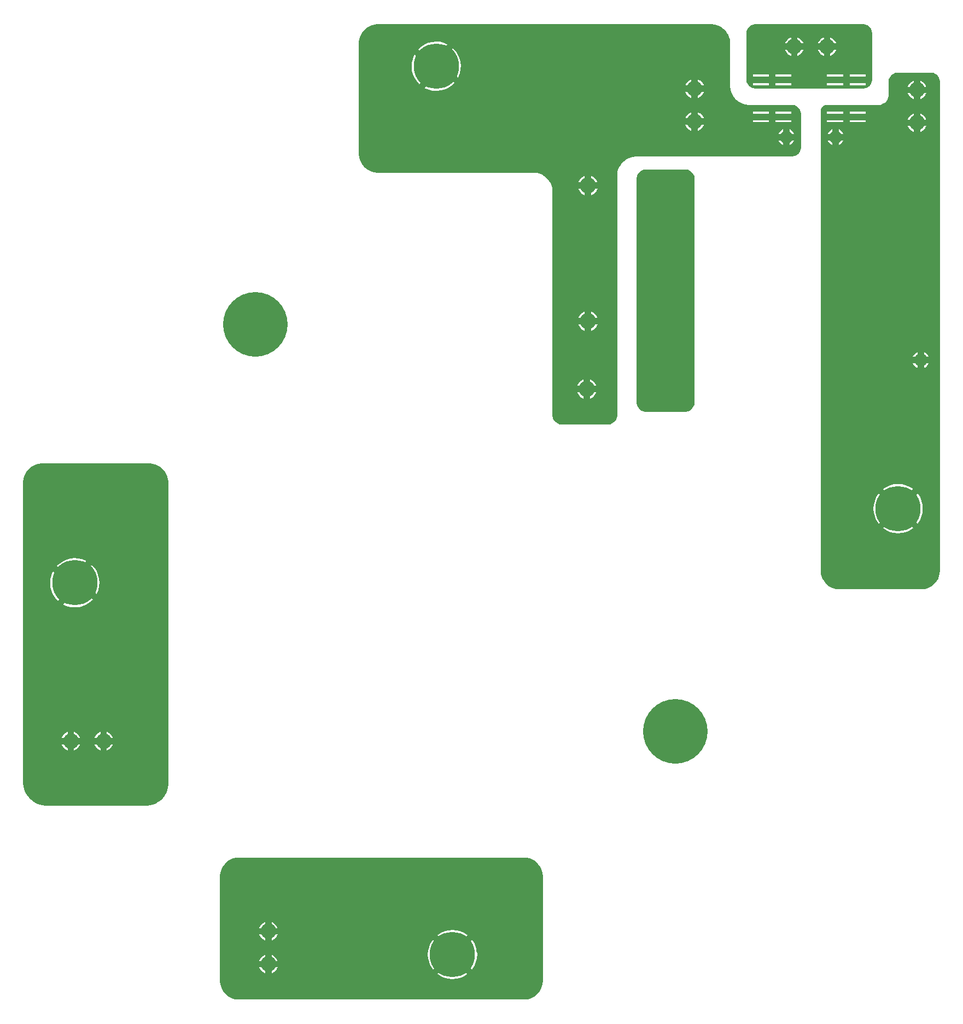
<source format=gtl>
G04 Layer_Physical_Order=1*
G04 Layer_Color=255*
%FSLAX24Y24*%
%MOIN*%
G70*
G01*
G75*
%ADD10R,0.2126X0.0413*%
%ADD11C,0.0787*%
%ADD12C,0.0984*%
%ADD13C,0.0800*%
%ADD14C,0.0950*%
%ADD15C,0.2756*%
%ADD16C,0.3937*%
%ADD17C,0.0354*%
G36*
X11614Y34646D02*
X11614Y34646D01*
X11692Y34646D01*
X11845Y34625D01*
X11995Y34585D01*
X12138Y34526D01*
X12272Y34449D01*
X12395Y34354D01*
X12504Y34245D01*
X12598Y34122D01*
X12676Y33988D01*
X12735Y33845D01*
X12775Y33695D01*
X12795Y33542D01*
X12795Y33465D01*
X12795Y15157D01*
X12795Y15157D01*
X12795Y15067D01*
X12772Y14888D01*
X12725Y14714D01*
X12656Y14547D01*
X12566Y14390D01*
X12456Y14247D01*
X12328Y14119D01*
X12185Y14009D01*
X12028Y13919D01*
X11861Y13850D01*
X11687Y13803D01*
X11508Y13780D01*
X11417Y13780D01*
X5413Y13780D01*
X5317Y13780D01*
X5125Y13805D01*
X4938Y13855D01*
X4759Y13929D01*
X4591Y14026D01*
X4438Y14144D01*
X4301Y14280D01*
X4183Y14434D01*
X4086Y14602D01*
X4012Y14780D01*
X3962Y14967D01*
X3937Y15159D01*
X3937Y15256D01*
X3937Y33417D01*
X3937Y33465D01*
X3937Y33465D01*
X3937Y33465D01*
X3937Y33465D01*
X3937Y33542D01*
X3957Y33695D01*
X3997Y33845D01*
X4057Y33988D01*
X4134Y34122D01*
X4228Y34245D01*
X4338Y34354D01*
X4461Y34449D01*
X4595Y34526D01*
X4738Y34585D01*
X4887Y34625D01*
X5041Y34646D01*
X5118Y34646D01*
X11614Y34646D01*
X11614Y34646D01*
D02*
G37*
G36*
X44464Y52536D02*
X44571Y52492D01*
X44668Y52427D01*
X44750Y52345D01*
X44815Y52248D01*
X44859Y52141D01*
X44882Y52027D01*
X44882Y51968D01*
X44882Y51968D01*
X44882Y51968D01*
X44882Y38386D01*
X44882Y38328D01*
X44859Y38214D01*
X44815Y38106D01*
X44750Y38009D01*
X44668Y37927D01*
X44571Y37862D01*
X44464Y37818D01*
X44349Y37795D01*
X44291Y37795D01*
X41929Y37795D01*
X41871Y37795D01*
X41757Y37818D01*
X41649Y37862D01*
X41553Y37927D01*
X41470Y38009D01*
X41406Y38106D01*
X41361Y38214D01*
X41339Y38328D01*
X41339Y38386D01*
X41339Y51968D01*
Y52027D01*
X41361Y52141D01*
X41406Y52248D01*
X41470Y52345D01*
X41553Y52427D01*
X41649Y52492D01*
X41757Y52536D01*
X41871Y52559D01*
X41929Y52559D01*
X41929Y52559D01*
X44291Y52559D01*
X44350Y52559D01*
X44464Y52536D01*
D02*
G37*
G36*
X34449Y10630D02*
X34526D01*
X34680Y10610D01*
X34829Y10570D01*
X34972Y10510D01*
X35106Y10433D01*
X35229Y10339D01*
X35339Y10229D01*
X35433Y10106D01*
X35510Y9972D01*
X35570Y9829D01*
X35610Y9680D01*
X35630Y9526D01*
Y9449D01*
Y3150D01*
X35630Y3150D01*
X35630Y3072D01*
X35610Y2919D01*
X35570Y2769D01*
X35510Y2626D01*
X35433Y2492D01*
X35339Y2369D01*
X35229Y2260D01*
X35106Y2165D01*
X34972Y2088D01*
X34829Y2029D01*
X34680Y1989D01*
X34526Y1969D01*
X34449Y1969D01*
X17126D01*
X17126Y1969D01*
X17049Y1969D01*
X16895Y1989D01*
X16746Y2029D01*
X16602Y2088D01*
X16468Y2165D01*
X16346Y2260D01*
X16236Y2369D01*
X16142Y2492D01*
X16064Y2626D01*
X16005Y2769D01*
X15965Y2919D01*
X15945Y3072D01*
X15945Y3150D01*
X15945Y9449D01*
X15945Y9449D01*
X15945Y9449D01*
X15945Y9526D01*
X15965Y9680D01*
X16005Y9829D01*
X16064Y9972D01*
X16142Y10106D01*
X16236Y10229D01*
X16346Y10339D01*
X16468Y10433D01*
X16602Y10510D01*
X16746Y10570D01*
X16895Y10610D01*
X17049Y10630D01*
X17126Y10630D01*
X34449Y10630D01*
Y10630D01*
D02*
G37*
G36*
X59252Y58465D02*
X59252Y58465D01*
X59310Y58465D01*
X59424Y58442D01*
X59532Y58397D01*
X59628Y58333D01*
X59711Y58250D01*
X59775Y58154D01*
X59820Y58046D01*
X59843Y57932D01*
X59843Y57874D01*
X59843Y56496D01*
X59843Y28150D01*
X59843Y28150D01*
X59843Y28072D01*
X59822Y27919D01*
X59782Y27769D01*
X59723Y27626D01*
X59646Y27492D01*
X59551Y27369D01*
X59442Y27260D01*
X59319Y27165D01*
X59185Y27088D01*
X59042Y27029D01*
X58892Y26989D01*
X58739Y26969D01*
X58661Y26969D01*
X53740Y26969D01*
X53740Y26969D01*
X53663D01*
X53509Y26989D01*
X53360Y27029D01*
X53217Y27088D01*
X53083Y27165D01*
X52960Y27260D01*
X52850Y27369D01*
X52756Y27492D01*
X52679Y27626D01*
X52619Y27769D01*
X52579Y27919D01*
X52559Y28072D01*
X52559Y28150D01*
X52559Y56102D01*
X52559Y56102D01*
X52561Y56151D01*
X52574Y56217D01*
X52604Y56289D01*
X52647Y56353D01*
X52702Y56408D01*
X52766Y56451D01*
X52838Y56481D01*
X52914Y56496D01*
X52953Y56496D01*
X56055Y56496D01*
X56102Y56496D01*
X56102Y56496D01*
X56102Y56496D01*
X56160Y56499D01*
X56274Y56521D01*
X56381Y56566D01*
X56477Y56630D01*
X56559Y56712D01*
X56623Y56808D01*
X56667Y56915D01*
X56690Y57029D01*
X56693Y57087D01*
X56693Y57827D01*
X56693Y57874D01*
X56693Y57874D01*
X56693Y57874D01*
X56693Y57874D01*
X56693Y57932D01*
X56716Y58046D01*
X56760Y58154D01*
X56825Y58250D01*
X56907Y58333D01*
X57004Y58397D01*
X57111Y58442D01*
X57225Y58465D01*
X57283Y58465D01*
X59252Y58465D01*
X59252Y58465D01*
D02*
G37*
G36*
X55118Y61417D02*
X55176Y61417D01*
X55290Y61395D01*
X55398Y61350D01*
X55495Y61285D01*
X55577Y61203D01*
X55641Y61107D01*
X55686Y60999D01*
X55709Y60885D01*
X55709Y60827D01*
X55709Y58071D01*
X55709Y58071D01*
X55709Y58013D01*
X55686Y57899D01*
X55641Y57791D01*
X55577Y57694D01*
X55495Y57612D01*
X55398Y57548D01*
X55290Y57503D01*
X55176Y57480D01*
X55118D01*
X48622Y57480D01*
X48564D01*
X48450Y57503D01*
X48342Y57548D01*
X48246Y57612D01*
X48163Y57694D01*
X48099Y57791D01*
X48054Y57899D01*
X48031Y58013D01*
Y58071D01*
X48032Y60780D01*
X48032Y60827D01*
X48032Y60827D01*
X48032Y60827D01*
X48032Y60827D01*
X48032Y60885D01*
X48054Y60999D01*
X48099Y61107D01*
X48163Y61203D01*
X48246Y61285D01*
X48342Y61350D01*
X48450Y61395D01*
X48564Y61417D01*
X48622Y61417D01*
X55118Y61417D01*
Y61417D01*
D02*
G37*
G36*
X46097Y61397D02*
X46247Y61357D01*
X46390Y61298D01*
X46524Y61220D01*
X46647Y61126D01*
X46756Y61017D01*
X46850Y60894D01*
X46928Y60760D01*
X46987Y60617D01*
X47027Y60467D01*
X47047Y60314D01*
X47047Y60236D01*
Y57677D01*
X47050Y57600D01*
X47070Y57447D01*
X47110Y57298D01*
X47169Y57155D01*
X47246Y57021D01*
X47340Y56898D01*
X47450Y56789D01*
X47572Y56695D01*
X47706Y56618D01*
X47849Y56559D01*
X47998Y56519D01*
X48151Y56499D01*
X48228Y56496D01*
X50787Y56496D01*
X50787Y56496D01*
X50787Y56496D01*
X50846Y56496D01*
X50960Y56473D01*
X51067Y56429D01*
X51164Y56364D01*
X51246Y56282D01*
X51311Y56185D01*
X51355Y56078D01*
X51378Y55964D01*
X51378Y55906D01*
X51378Y53937D01*
X51378Y53937D01*
Y53879D01*
X51355Y53765D01*
X51311Y53657D01*
X51246Y53561D01*
X51164Y53478D01*
X51067Y53414D01*
X50960Y53369D01*
X50846Y53346D01*
X41339D01*
X41339Y53346D01*
X41261Y53344D01*
X41108Y53324D01*
X40959Y53284D01*
X40816Y53225D01*
X40682Y53147D01*
X40560Y53053D01*
X40451Y52944D01*
X40357Y52822D01*
X40279Y52688D01*
X40220Y52545D01*
X40180Y52396D01*
X40160Y52243D01*
X40157Y52165D01*
X40157Y37598D01*
X40157Y37598D01*
Y37540D01*
X40135Y37426D01*
X40090Y37319D01*
X40026Y37222D01*
X39943Y37140D01*
X39847Y37075D01*
X39739Y37031D01*
X39625Y37008D01*
X39567D01*
X36811Y37008D01*
X36811Y37008D01*
X36753D01*
X36639Y37031D01*
X36531Y37075D01*
X36435Y37140D01*
X36352Y37222D01*
X36288Y37319D01*
X36243Y37426D01*
X36220Y37540D01*
Y37598D01*
X36220Y51181D01*
X36220Y51181D01*
X36220Y51181D01*
X36218Y51258D01*
X36198Y51412D01*
X36158Y51561D01*
X36099Y51703D01*
X36021Y51837D01*
X35927Y51960D01*
X35818Y52069D01*
X35696Y52163D01*
X35562Y52240D01*
X35419Y52300D01*
X35270Y52340D01*
X35117Y52360D01*
X35039Y52362D01*
X25591Y52362D01*
X25591Y52362D01*
X25513D01*
X25360Y52382D01*
X25210Y52422D01*
X25067Y52482D01*
X24933Y52559D01*
X24810Y52653D01*
X24701Y52763D01*
X24606Y52886D01*
X24529Y53020D01*
X24470Y53163D01*
X24430Y53312D01*
X24409Y53466D01*
X24409Y53543D01*
X24409Y60189D01*
X24409Y60236D01*
X24409Y60236D01*
X24409Y60236D01*
X24409Y60314D01*
X24430Y60467D01*
X24470Y60617D01*
X24529Y60760D01*
X24606Y60894D01*
X24701Y61017D01*
X24810Y61126D01*
X24933Y61220D01*
X25067Y61298D01*
X25210Y61357D01*
X25360Y61397D01*
X25513Y61417D01*
X25591Y61417D01*
X45866Y61417D01*
X45866Y61417D01*
X45866Y61417D01*
X45943Y61417D01*
X46097Y61397D01*
D02*
G37*
%LPC*%
G36*
X7147Y27092D02*
X6408Y26037D01*
X6441Y26018D01*
X6660Y25931D01*
X6890Y25880D01*
X7125Y25866D01*
X7359Y25889D01*
X7587Y25948D01*
X7803Y26042D01*
X8002Y26168D01*
X8178Y26324D01*
X8202Y26353D01*
X7147Y27092D01*
D02*
G37*
G36*
X9055Y18277D02*
Y17913D01*
X9418D01*
X9409Y17945D01*
X9354Y18048D01*
X9280Y18138D01*
X9189Y18212D01*
X9086Y18267D01*
X9055Y18277D01*
D02*
G37*
G36*
X8661D02*
X8630Y18267D01*
X8527Y18212D01*
X8437Y18138D01*
X8363Y18048D01*
X8308Y17945D01*
X8298Y17913D01*
X8661D01*
Y18277D01*
D02*
G37*
G36*
X7072Y28867D02*
X6838Y28844D01*
X6610Y28785D01*
X6394Y28692D01*
X6195Y28565D01*
X6019Y28409D01*
X5995Y28380D01*
X7050Y27641D01*
X7789Y28696D01*
X7756Y28715D01*
X7537Y28802D01*
X7307Y28853D01*
X7072Y28867D01*
D02*
G37*
G36*
X8112Y28470D02*
X7373Y27415D01*
X8428Y26676D01*
X8447Y26709D01*
X8534Y26928D01*
X8584Y27158D01*
X8599Y27393D01*
X8576Y27627D01*
X8517Y27855D01*
X8423Y28071D01*
X8297Y28270D01*
X8141Y28446D01*
X8112Y28470D01*
D02*
G37*
G36*
X5769Y28057D02*
X5750Y28024D01*
X5663Y27805D01*
X5612Y27575D01*
X5598Y27340D01*
X5621Y27106D01*
X5679Y26878D01*
X5773Y26662D01*
X5900Y26463D01*
X6056Y26287D01*
X6085Y26263D01*
X6824Y27318D01*
X5769Y28057D01*
D02*
G37*
G36*
X8661Y17520D02*
X8298D01*
X8308Y17488D01*
X8363Y17385D01*
X8437Y17295D01*
X8527Y17221D01*
X8630Y17166D01*
X8661Y17156D01*
Y17520D01*
D02*
G37*
G36*
X7418D02*
X7055D01*
Y17156D01*
X7086Y17166D01*
X7189Y17221D01*
X7280Y17295D01*
X7354Y17385D01*
X7409Y17488D01*
X7418Y17520D01*
D02*
G37*
G36*
X6661D02*
X6298D01*
X6308Y17488D01*
X6363Y17385D01*
X6437Y17295D01*
X6527Y17221D01*
X6630Y17166D01*
X6661Y17156D01*
Y17520D01*
D02*
G37*
G36*
X7055Y18277D02*
Y17913D01*
X7418D01*
X7409Y17945D01*
X7354Y18048D01*
X7280Y18138D01*
X7189Y18212D01*
X7086Y18267D01*
X7055Y18277D01*
D02*
G37*
G36*
X6661D02*
X6630Y18267D01*
X6527Y18212D01*
X6437Y18138D01*
X6363Y18048D01*
X6308Y17945D01*
X6298Y17913D01*
X6661D01*
Y18277D01*
D02*
G37*
G36*
X9418Y17520D02*
X9055D01*
Y17156D01*
X9086Y17166D01*
X9189Y17221D01*
X9280Y17295D01*
X9354Y17385D01*
X9409Y17488D01*
X9418Y17520D01*
D02*
G37*
G36*
X18701Y5937D02*
X18338D01*
X18347Y5906D01*
X18402Y5803D01*
X18476Y5712D01*
X18567Y5638D01*
X18670Y5583D01*
X18701Y5574D01*
Y5937D01*
D02*
G37*
G36*
X30122Y6215D02*
X29888Y6197D01*
X29659Y6142D01*
X29441Y6052D01*
X29240Y5929D01*
X29211Y5904D01*
X30122Y4993D01*
X31033Y5904D01*
X31004Y5929D01*
X30804Y6052D01*
X30586Y6142D01*
X30357Y6197D01*
X30122Y6215D01*
D02*
G37*
G36*
X19094Y4694D02*
Y4331D01*
X19458D01*
X19448Y4362D01*
X19393Y4465D01*
X19319Y4555D01*
X19229Y4629D01*
X19126Y4684D01*
X19094Y4694D01*
D02*
G37*
G36*
Y6694D02*
Y6331D01*
X19458D01*
X19448Y6362D01*
X19393Y6465D01*
X19319Y6555D01*
X19229Y6629D01*
X19126Y6684D01*
X19094Y6694D01*
D02*
G37*
G36*
X18701D02*
X18670Y6684D01*
X18567Y6629D01*
X18476Y6555D01*
X18402Y6465D01*
X18347Y6362D01*
X18338Y6331D01*
X18701D01*
Y6694D01*
D02*
G37*
G36*
X19458Y5937D02*
X19094D01*
Y5574D01*
X19126Y5583D01*
X19229Y5638D01*
X19319Y5712D01*
X19393Y5803D01*
X19448Y5906D01*
X19458Y5937D01*
D02*
G37*
G36*
Y3937D02*
X19094D01*
Y3574D01*
X19126Y3583D01*
X19229Y3638D01*
X19319Y3712D01*
X19393Y3803D01*
X19448Y3906D01*
X19458Y3937D01*
D02*
G37*
G36*
X18701D02*
X18338D01*
X18347Y3906D01*
X18402Y3803D01*
X18476Y3712D01*
X18567Y3638D01*
X18670Y3583D01*
X18701Y3574D01*
Y3937D01*
D02*
G37*
G36*
X30122Y4436D02*
X29211Y3525D01*
X29240Y3501D01*
X29441Y3378D01*
X29659Y3288D01*
X29888Y3233D01*
X30122Y3214D01*
X30357Y3233D01*
X30586Y3288D01*
X30804Y3378D01*
X31004Y3501D01*
X31033Y3525D01*
X30122Y4436D01*
D02*
G37*
G36*
X18701Y4694D02*
X18670Y4684D01*
X18567Y4629D01*
X18476Y4555D01*
X18402Y4465D01*
X18347Y4362D01*
X18338Y4331D01*
X18701D01*
Y4694D01*
D02*
G37*
G36*
X28933Y5626D02*
X28908Y5597D01*
X28785Y5396D01*
X28695Y5179D01*
X28640Y4950D01*
X28622Y4715D01*
X28640Y4480D01*
X28695Y4251D01*
X28785Y4033D01*
X28908Y3833D01*
X28933Y3804D01*
X29844Y4715D01*
X28933Y5626D01*
D02*
G37*
G36*
X31312D02*
X30401Y4715D01*
X31312Y3804D01*
X31336Y3833D01*
X31460Y4033D01*
X31550Y4251D01*
X31605Y4480D01*
X31623Y4715D01*
X31605Y4950D01*
X31550Y5179D01*
X31460Y5396D01*
X31336Y5597D01*
X31312Y5626D01*
D02*
G37*
G36*
X58465Y40748D02*
X58182D01*
X58209Y40684D01*
X58292Y40575D01*
X58400Y40492D01*
X58465Y40466D01*
Y40748D01*
D02*
G37*
G36*
X59141D02*
X58858D01*
Y40466D01*
X58923Y40492D01*
X59031Y40575D01*
X59114Y40684D01*
X59141Y40748D01*
D02*
G37*
G36*
X57286Y33393D02*
X57051Y33375D01*
X56822Y33320D01*
X56605Y33230D01*
X56404Y33107D01*
X56375Y33082D01*
X57286Y32171D01*
X58197Y33082D01*
X58168Y33107D01*
X57967Y33230D01*
X57750Y33320D01*
X57521Y33375D01*
X57286Y33393D01*
D02*
G37*
G36*
X56097Y32803D02*
X56072Y32775D01*
X55949Y32574D01*
X55859Y32356D01*
X55804Y32127D01*
X55785Y31892D01*
X55804Y31658D01*
X55859Y31429D01*
X55949Y31211D01*
X56072Y31010D01*
X56097Y30981D01*
X57008Y31892D01*
X56097Y32803D01*
D02*
G37*
G36*
X58476Y32803D02*
X57565Y31892D01*
X58476Y30981D01*
X58500Y31010D01*
X58623Y31211D01*
X58713Y31429D01*
X58768Y31658D01*
X58787Y31892D01*
X58768Y32127D01*
X58713Y32356D01*
X58623Y32574D01*
X58500Y32775D01*
X58476Y32803D01*
D02*
G37*
G36*
X57286Y31614D02*
X56375Y30703D01*
X56404Y30678D01*
X56605Y30555D01*
X56822Y30465D01*
X57051Y30410D01*
X57286Y30392D01*
X57521Y30410D01*
X57750Y30465D01*
X57967Y30555D01*
X58168Y30678D01*
X58197Y30703D01*
X57286Y31614D01*
D02*
G37*
G36*
X58465Y41424D02*
X58400Y41397D01*
X58292Y41314D01*
X58209Y41206D01*
X58182Y41142D01*
X58465D01*
Y41424D01*
D02*
G37*
G36*
X53272Y54331D02*
X52996D01*
X53021Y54269D01*
X53103Y54163D01*
X53210Y54080D01*
X53272Y54055D01*
Y54331D01*
D02*
G37*
G36*
X58858Y41424D02*
Y41142D01*
X59141D01*
X59114Y41206D01*
X59031Y41314D01*
X58923Y41397D01*
X58858Y41424D01*
D02*
G37*
G36*
X58631Y57962D02*
Y57598D01*
X58994D01*
X58985Y57630D01*
X58930Y57733D01*
X58856Y57823D01*
X58765Y57897D01*
X58662Y57952D01*
X58631Y57962D01*
D02*
G37*
G36*
X58237D02*
X58206Y57952D01*
X58103Y57897D01*
X58013Y57823D01*
X57939Y57733D01*
X57883Y57630D01*
X57874Y57598D01*
X58237D01*
Y57962D01*
D02*
G37*
G36*
X58994Y55205D02*
X58631D01*
Y54841D01*
X58662Y54851D01*
X58765Y54906D01*
X58856Y54980D01*
X58930Y55070D01*
X58985Y55174D01*
X58994Y55205D01*
D02*
G37*
G36*
X53937Y55561D02*
X52953D01*
Y55433D01*
X53937D01*
Y55561D01*
D02*
G37*
G36*
X53272Y55000D02*
X53210Y54975D01*
X53103Y54893D01*
X53021Y54786D01*
X52996Y54724D01*
X53272D01*
Y55000D01*
D02*
G37*
G36*
X53941Y54331D02*
X53665D01*
Y54055D01*
X53727Y54080D01*
X53834Y54163D01*
X53916Y54269D01*
X53941Y54331D01*
D02*
G37*
G36*
X58237Y55205D02*
X57874D01*
X57883Y55174D01*
X57939Y55070D01*
X58013Y54980D01*
X58103Y54906D01*
X58206Y54851D01*
X58237Y54841D01*
Y55205D01*
D02*
G37*
G36*
X53665Y55000D02*
Y54724D01*
X53941D01*
X53916Y54786D01*
X53834Y54893D01*
X53727Y54975D01*
X53665Y55000D01*
D02*
G37*
G36*
X55315Y56083D02*
X54331D01*
Y55955D01*
X55315D01*
Y56083D01*
D02*
G37*
G36*
X58994Y57205D02*
X58631D01*
Y56842D01*
X58662Y56851D01*
X58765Y56906D01*
X58856Y56980D01*
X58930Y57070D01*
X58985Y57174D01*
X58994Y57205D01*
D02*
G37*
G36*
X58237D02*
X57874D01*
X57883Y57174D01*
X57939Y57070D01*
X58013Y56980D01*
X58103Y56906D01*
X58206Y56851D01*
X58237Y56842D01*
Y57205D01*
D02*
G37*
G36*
X58631Y55962D02*
Y55598D01*
X58994D01*
X58985Y55630D01*
X58930Y55733D01*
X58856Y55823D01*
X58765Y55897D01*
X58662Y55952D01*
X58631Y55962D01*
D02*
G37*
G36*
X58237D02*
X58206Y55952D01*
X58103Y55897D01*
X58013Y55823D01*
X57939Y55733D01*
X57883Y55630D01*
X57874Y55598D01*
X58237D01*
Y55962D01*
D02*
G37*
G36*
X55315Y55561D02*
X54331D01*
Y55433D01*
X55315D01*
Y55561D01*
D02*
G37*
G36*
X53937Y56083D02*
X52953D01*
Y55955D01*
X53937D01*
Y56083D01*
D02*
G37*
G36*
X55315Y57825D02*
X54331D01*
Y57697D01*
X55315D01*
Y57825D01*
D02*
G37*
G36*
X53937D02*
X52953D01*
Y57697D01*
X53937D01*
Y57825D01*
D02*
G37*
G36*
X50787Y57825D02*
X49803D01*
Y57697D01*
X50787D01*
Y57825D01*
D02*
G37*
G36*
X49409Y58346D02*
X48425D01*
Y58218D01*
X49409D01*
Y58346D01*
D02*
G37*
G36*
Y57825D02*
X48425D01*
Y57697D01*
X49409D01*
Y57825D01*
D02*
G37*
G36*
X50756Y60599D02*
X50725Y60590D01*
X50622Y60535D01*
X50531Y60461D01*
X50457Y60370D01*
X50402Y60267D01*
X50393Y60236D01*
X50756D01*
Y60599D01*
D02*
G37*
G36*
X53513Y59843D02*
X53150D01*
Y59479D01*
X53181Y59489D01*
X53284Y59544D01*
X53374Y59618D01*
X53448Y59708D01*
X53503Y59811D01*
X53513Y59843D01*
D02*
G37*
G36*
X52756D02*
X52393D01*
X52402Y59811D01*
X52457Y59708D01*
X52531Y59618D01*
X52622Y59544D01*
X52725Y59489D01*
X52756Y59479D01*
Y59843D01*
D02*
G37*
G36*
X53150Y60599D02*
Y60236D01*
X53513D01*
X53503Y60267D01*
X53448Y60370D01*
X53374Y60461D01*
X53284Y60535D01*
X53181Y60590D01*
X53150Y60599D01*
D02*
G37*
G36*
X52756D02*
X52725Y60590D01*
X52622Y60535D01*
X52531Y60461D01*
X52457Y60370D01*
X52402Y60267D01*
X52393Y60236D01*
X52756D01*
Y60599D01*
D02*
G37*
G36*
X51150D02*
Y60236D01*
X51513D01*
X51503Y60267D01*
X51448Y60370D01*
X51374Y60461D01*
X51284Y60535D01*
X51181Y60590D01*
X51150Y60599D01*
D02*
G37*
G36*
X55315Y58346D02*
X54331D01*
Y58219D01*
X55315D01*
Y58346D01*
D02*
G37*
G36*
X53937D02*
X52953D01*
Y58219D01*
X53937D01*
Y58346D01*
D02*
G37*
G36*
X50787D02*
X49803D01*
Y58218D01*
X50787D01*
Y58346D01*
D02*
G37*
G36*
X51513Y59843D02*
X51150D01*
Y59479D01*
X51181Y59489D01*
X51284Y59544D01*
X51374Y59618D01*
X51448Y59708D01*
X51503Y59811D01*
X51513Y59843D01*
D02*
G37*
G36*
X50756D02*
X50393D01*
X50402Y59811D01*
X50457Y59708D01*
X50531Y59618D01*
X50622Y59544D01*
X50725Y59489D01*
X50756Y59479D01*
Y59843D01*
D02*
G37*
G36*
X38110Y39751D02*
X38072Y39740D01*
X37966Y39683D01*
X37873Y39607D01*
X37797Y39514D01*
X37741Y39408D01*
X37729Y39370D01*
X38110D01*
Y39751D01*
D02*
G37*
G36*
X38504D02*
Y39370D01*
X38885D01*
X38874Y39408D01*
X38817Y39514D01*
X38741Y39607D01*
X38648Y39683D01*
X38542Y39740D01*
X38504Y39751D01*
D02*
G37*
G36*
X38885Y38976D02*
X38504D01*
Y38595D01*
X38542Y38607D01*
X38648Y38663D01*
X38741Y38740D01*
X38817Y38833D01*
X38874Y38939D01*
X38885Y38976D01*
D02*
G37*
G36*
X38110D02*
X37729D01*
X37741Y38939D01*
X37797Y38833D01*
X37873Y38740D01*
X37966Y38663D01*
X38072Y38607D01*
X38110Y38595D01*
Y38976D01*
D02*
G37*
G36*
X38189Y52153D02*
X38151Y52141D01*
X38045Y52085D01*
X37952Y52008D01*
X37876Y51915D01*
X37819Y51809D01*
X37808Y51772D01*
X38189D01*
Y52153D01*
D02*
G37*
G36*
X38964Y51378D02*
X38583D01*
Y50997D01*
X38620Y51008D01*
X38726Y51065D01*
X38819Y51141D01*
X38896Y51234D01*
X38952Y51340D01*
X38964Y51378D01*
D02*
G37*
G36*
X38583Y52153D02*
Y51772D01*
X38964D01*
X38952Y51809D01*
X38896Y51915D01*
X38819Y52008D01*
X38726Y52085D01*
X38620Y52141D01*
X38583Y52153D01*
D02*
G37*
G36*
X50272Y54331D02*
X49996D01*
X50021Y54269D01*
X50103Y54163D01*
X50210Y54080D01*
X50272Y54055D01*
Y54331D01*
D02*
G37*
G36*
X38189Y51378D02*
X37808D01*
X37819Y51340D01*
X37876Y51234D01*
X37952Y51141D01*
X38045Y51065D01*
X38151Y51008D01*
X38189Y50997D01*
Y51378D01*
D02*
G37*
G36*
Y43110D02*
X37808D01*
X37819Y43072D01*
X37876Y42966D01*
X37952Y42874D01*
X38045Y42797D01*
X38151Y42741D01*
X38189Y42729D01*
Y43110D01*
D02*
G37*
G36*
X38964D02*
X38583D01*
Y42729D01*
X38620Y42741D01*
X38726Y42797D01*
X38819Y42874D01*
X38896Y42966D01*
X38952Y43072D01*
X38964Y43110D01*
D02*
G37*
G36*
X38583Y43885D02*
Y43504D01*
X38964D01*
X38952Y43542D01*
X38896Y43648D01*
X38819Y43741D01*
X38726Y43817D01*
X38620Y43874D01*
X38583Y43885D01*
D02*
G37*
G36*
X38189D02*
X38151Y43874D01*
X38045Y43817D01*
X37952Y43741D01*
X37876Y43648D01*
X37819Y43542D01*
X37808Y43504D01*
X38189D01*
Y43885D01*
D02*
G37*
G36*
X50941Y54331D02*
X50665D01*
Y54055D01*
X50727Y54080D01*
X50834Y54163D01*
X50916Y54269D01*
X50941Y54331D01*
D02*
G37*
G36*
X30143Y59952D02*
X29404Y58897D01*
X30460Y58158D01*
X30479Y58190D01*
X30565Y58410D01*
X30616Y58639D01*
X30631Y58874D01*
X30608Y59109D01*
X30549Y59337D01*
X30455Y59553D01*
X30329Y59751D01*
X30173Y59928D01*
X30143Y59952D01*
D02*
G37*
G36*
X27801Y59539D02*
X27781Y59506D01*
X27695Y59287D01*
X27644Y59057D01*
X27630Y58822D01*
X27652Y58588D01*
X27711Y58360D01*
X27805Y58144D01*
X27932Y57945D01*
X28088Y57769D01*
X28117Y57745D01*
X28856Y58800D01*
X27801Y59539D01*
D02*
G37*
G36*
X29178Y58574D02*
X28440Y57519D01*
X28472Y57499D01*
X28691Y57413D01*
X28921Y57362D01*
X29156Y57348D01*
X29391Y57370D01*
X29619Y57429D01*
X29835Y57523D01*
X30033Y57650D01*
X30210Y57806D01*
X30234Y57835D01*
X29178Y58574D01*
D02*
G37*
G36*
X45079Y58040D02*
Y57677D01*
X45442D01*
X45433Y57708D01*
X45377Y57811D01*
X45303Y57902D01*
X45213Y57976D01*
X45110Y58031D01*
X45079Y58040D01*
D02*
G37*
G36*
X44685Y58040D02*
X44654Y58031D01*
X44551Y57976D01*
X44460Y57902D01*
X44386Y57811D01*
X44331Y57708D01*
X44322Y57677D01*
X44685D01*
Y58040D01*
D02*
G37*
G36*
X29104Y60349D02*
X28870Y60326D01*
X28642Y60267D01*
X28426Y60173D01*
X28227Y60047D01*
X28051Y59891D01*
X28026Y59861D01*
X29082Y59122D01*
X29821Y60178D01*
X29788Y60197D01*
X29569Y60283D01*
X29339Y60334D01*
X29104Y60349D01*
D02*
G37*
G36*
X44685Y57283D02*
X44322D01*
X44331Y57252D01*
X44386Y57149D01*
X44460Y57059D01*
X44551Y56985D01*
X44654Y56930D01*
X44685Y56920D01*
Y57283D01*
D02*
G37*
G36*
X44685Y55283D02*
X44322D01*
X44331Y55252D01*
X44386Y55149D01*
X44460Y55059D01*
X44551Y54985D01*
X44654Y54930D01*
X44685Y54920D01*
Y55283D01*
D02*
G37*
G36*
X45442D02*
X45079D01*
Y54920D01*
X45110Y54930D01*
X45213Y54985D01*
X45303Y55059D01*
X45377Y55149D01*
X45433Y55252D01*
X45442Y55283D01*
D02*
G37*
G36*
X50787Y55561D02*
X49803D01*
Y55433D01*
X50787D01*
Y55561D01*
D02*
G37*
G36*
X49409D02*
X48425D01*
Y55433D01*
X49409D01*
Y55561D01*
D02*
G37*
G36*
X50272Y55000D02*
X50210Y54975D01*
X50103Y54893D01*
X50021Y54786D01*
X49996Y54724D01*
X50272D01*
Y55000D01*
D02*
G37*
G36*
X50665D02*
Y54724D01*
X50941D01*
X50916Y54786D01*
X50834Y54893D01*
X50727Y54975D01*
X50665Y55000D01*
D02*
G37*
G36*
X50787Y56083D02*
X49803D01*
Y55955D01*
X50787D01*
Y56083D01*
D02*
G37*
G36*
X49409D02*
X48425D01*
Y55955D01*
X49409D01*
Y56083D01*
D02*
G37*
G36*
X45442Y57283D02*
X45079D01*
Y56920D01*
X45110Y56930D01*
X45213Y56985D01*
X45303Y57059D01*
X45377Y57149D01*
X45433Y57252D01*
X45442Y57283D01*
D02*
G37*
G36*
X45079Y56040D02*
Y55677D01*
X45442D01*
X45433Y55708D01*
X45377Y55811D01*
X45303Y55902D01*
X45213Y55976D01*
X45110Y56031D01*
X45079Y56040D01*
D02*
G37*
G36*
X44685D02*
X44654Y56031D01*
X44551Y55976D01*
X44460Y55902D01*
X44386Y55811D01*
X44331Y55708D01*
X44322Y55677D01*
X44685D01*
Y56040D01*
D02*
G37*
%LPD*%
D10*
X49606Y55758D02*
D03*
Y58022D02*
D03*
X54134D02*
D03*
Y55758D02*
D03*
D11*
X50469Y54528D02*
D03*
X53468D02*
D03*
D12*
X42323Y39173D02*
D03*
X38307D02*
D03*
X42402Y43307D02*
D03*
X38386D02*
D03*
X42402Y47441D02*
D03*
X38386D02*
D03*
X42402Y51575D02*
D03*
X38386D02*
D03*
D13*
X43898Y49409D02*
D03*
X58661D02*
D03*
Y40945D02*
D03*
X43898D02*
D03*
D14*
X6858Y17717D02*
D03*
X8858D02*
D03*
X44882Y55480D02*
D03*
Y57480D02*
D03*
X18898Y6134D02*
D03*
Y4134D02*
D03*
X58434Y57402D02*
D03*
Y55402D02*
D03*
X50953Y60039D02*
D03*
X52953D02*
D03*
D15*
X57286Y31892D02*
D03*
X30122Y4715D02*
D03*
X7098Y27367D02*
D03*
X29130Y58848D02*
D03*
D16*
X43701Y18307D02*
D03*
X18110Y43110D02*
D03*
D17*
X16772Y2598D02*
D03*
Y3386D02*
D03*
Y4173D02*
D03*
Y4961D02*
D03*
Y5748D02*
D03*
Y6535D02*
D03*
Y7323D02*
D03*
Y8110D02*
D03*
Y8898D02*
D03*
Y9685D02*
D03*
X17559Y2598D02*
D03*
Y3386D02*
D03*
Y4173D02*
D03*
Y4961D02*
D03*
Y5748D02*
D03*
Y6535D02*
D03*
Y7323D02*
D03*
Y8110D02*
D03*
Y8898D02*
D03*
Y9685D02*
D03*
X18346Y2598D02*
D03*
Y3386D02*
D03*
Y7323D02*
D03*
Y8110D02*
D03*
Y8898D02*
D03*
Y9685D02*
D03*
X19134Y2598D02*
D03*
Y3386D02*
D03*
Y7323D02*
D03*
Y8110D02*
D03*
Y8898D02*
D03*
Y9685D02*
D03*
X19921Y2598D02*
D03*
Y3386D02*
D03*
Y4173D02*
D03*
Y4961D02*
D03*
Y5748D02*
D03*
Y6535D02*
D03*
Y7323D02*
D03*
Y8110D02*
D03*
Y8898D02*
D03*
Y9685D02*
D03*
X20709Y2598D02*
D03*
Y3386D02*
D03*
Y4173D02*
D03*
Y4961D02*
D03*
Y5748D02*
D03*
Y6535D02*
D03*
Y7323D02*
D03*
Y8110D02*
D03*
Y8898D02*
D03*
Y9685D02*
D03*
X21496Y2598D02*
D03*
Y3386D02*
D03*
Y4173D02*
D03*
Y4961D02*
D03*
Y5748D02*
D03*
Y6535D02*
D03*
Y7323D02*
D03*
Y8110D02*
D03*
Y8898D02*
D03*
Y9685D02*
D03*
X27008Y2598D02*
D03*
Y3386D02*
D03*
Y4173D02*
D03*
Y4961D02*
D03*
Y5748D02*
D03*
Y6535D02*
D03*
Y7323D02*
D03*
Y8110D02*
D03*
Y8898D02*
D03*
Y9685D02*
D03*
X27795Y2598D02*
D03*
Y3386D02*
D03*
Y4173D02*
D03*
Y4961D02*
D03*
Y5748D02*
D03*
Y6535D02*
D03*
Y7323D02*
D03*
Y8110D02*
D03*
Y8898D02*
D03*
Y9685D02*
D03*
X28583Y2598D02*
D03*
Y5748D02*
D03*
Y6535D02*
D03*
Y7323D02*
D03*
Y8110D02*
D03*
Y8898D02*
D03*
Y9685D02*
D03*
X29370Y2598D02*
D03*
Y6535D02*
D03*
Y7323D02*
D03*
Y8110D02*
D03*
Y8898D02*
D03*
Y9685D02*
D03*
X30157Y2598D02*
D03*
Y6535D02*
D03*
Y7323D02*
D03*
Y8110D02*
D03*
Y8898D02*
D03*
Y9685D02*
D03*
X30945Y2598D02*
D03*
Y6535D02*
D03*
Y7323D02*
D03*
Y8110D02*
D03*
Y8898D02*
D03*
Y9685D02*
D03*
X31732Y2598D02*
D03*
Y3386D02*
D03*
Y4173D02*
D03*
Y4961D02*
D03*
Y5748D02*
D03*
Y6535D02*
D03*
Y7323D02*
D03*
Y8110D02*
D03*
Y8898D02*
D03*
Y9685D02*
D03*
X32520Y2598D02*
D03*
Y3386D02*
D03*
Y4173D02*
D03*
Y4961D02*
D03*
Y5748D02*
D03*
Y6535D02*
D03*
Y7323D02*
D03*
Y8110D02*
D03*
Y8898D02*
D03*
Y9685D02*
D03*
X4173Y15197D02*
D03*
Y15984D02*
D03*
Y16772D02*
D03*
Y17559D02*
D03*
Y18346D02*
D03*
Y19134D02*
D03*
Y19921D02*
D03*
X4961Y15197D02*
D03*
Y15984D02*
D03*
Y16772D02*
D03*
Y17559D02*
D03*
Y18346D02*
D03*
Y19134D02*
D03*
Y19921D02*
D03*
X5748Y15197D02*
D03*
Y15984D02*
D03*
Y16772D02*
D03*
Y17559D02*
D03*
Y18346D02*
D03*
Y19134D02*
D03*
Y19921D02*
D03*
X6535Y15197D02*
D03*
Y15984D02*
D03*
Y16772D02*
D03*
Y19134D02*
D03*
Y19921D02*
D03*
X7323Y15197D02*
D03*
Y15984D02*
D03*
Y16772D02*
D03*
Y18346D02*
D03*
Y19134D02*
D03*
Y19921D02*
D03*
X8110Y15197D02*
D03*
Y15984D02*
D03*
Y16772D02*
D03*
Y17559D02*
D03*
Y18346D02*
D03*
Y19134D02*
D03*
Y19921D02*
D03*
X8898Y15197D02*
D03*
Y15984D02*
D03*
Y16772D02*
D03*
Y19134D02*
D03*
Y19921D02*
D03*
X9685Y15197D02*
D03*
Y15984D02*
D03*
Y16772D02*
D03*
Y17559D02*
D03*
Y18346D02*
D03*
Y19134D02*
D03*
Y19921D02*
D03*
X10472Y15197D02*
D03*
Y15984D02*
D03*
Y16772D02*
D03*
Y17559D02*
D03*
Y18346D02*
D03*
Y19134D02*
D03*
Y19921D02*
D03*
X11260Y15197D02*
D03*
Y15984D02*
D03*
Y16772D02*
D03*
Y17559D02*
D03*
Y18346D02*
D03*
Y19134D02*
D03*
Y19921D02*
D03*
X12047Y15197D02*
D03*
Y15984D02*
D03*
Y16772D02*
D03*
Y17559D02*
D03*
Y18346D02*
D03*
Y19134D02*
D03*
Y19921D02*
D03*
X4173Y23071D02*
D03*
Y23858D02*
D03*
Y24646D02*
D03*
Y25433D02*
D03*
Y26220D02*
D03*
Y27008D02*
D03*
Y27795D02*
D03*
Y28583D02*
D03*
Y29370D02*
D03*
X4961Y23071D02*
D03*
Y23858D02*
D03*
Y24646D02*
D03*
Y25433D02*
D03*
Y26220D02*
D03*
Y27008D02*
D03*
Y27795D02*
D03*
Y28583D02*
D03*
Y29370D02*
D03*
X5748Y23071D02*
D03*
Y23858D02*
D03*
Y24646D02*
D03*
Y25433D02*
D03*
Y28583D02*
D03*
Y29370D02*
D03*
X6535Y23071D02*
D03*
Y23858D02*
D03*
Y24646D02*
D03*
Y29370D02*
D03*
X7323Y23071D02*
D03*
Y23858D02*
D03*
Y24646D02*
D03*
Y29370D02*
D03*
X8110Y23071D02*
D03*
Y23858D02*
D03*
Y24646D02*
D03*
Y25433D02*
D03*
Y28583D02*
D03*
Y29370D02*
D03*
X8898Y23071D02*
D03*
Y23858D02*
D03*
Y24646D02*
D03*
Y25433D02*
D03*
Y26220D02*
D03*
Y27008D02*
D03*
Y27795D02*
D03*
Y28583D02*
D03*
Y29370D02*
D03*
X9685Y23071D02*
D03*
Y23858D02*
D03*
Y24646D02*
D03*
Y25433D02*
D03*
Y26220D02*
D03*
Y27008D02*
D03*
Y27795D02*
D03*
Y28583D02*
D03*
Y29370D02*
D03*
X10472Y23071D02*
D03*
Y23858D02*
D03*
Y24646D02*
D03*
Y25433D02*
D03*
Y26220D02*
D03*
Y27008D02*
D03*
Y27795D02*
D03*
Y28583D02*
D03*
Y29370D02*
D03*
X11260Y23071D02*
D03*
Y23858D02*
D03*
Y24646D02*
D03*
Y25433D02*
D03*
Y26220D02*
D03*
Y27008D02*
D03*
Y27795D02*
D03*
Y28583D02*
D03*
Y29370D02*
D03*
X12047Y23071D02*
D03*
Y23858D02*
D03*
Y24646D02*
D03*
Y25433D02*
D03*
Y26220D02*
D03*
Y27008D02*
D03*
Y27795D02*
D03*
Y28583D02*
D03*
Y29370D02*
D03*
X52992Y27795D02*
D03*
Y28583D02*
D03*
Y29370D02*
D03*
Y30157D02*
D03*
Y30945D02*
D03*
Y31732D02*
D03*
Y32520D02*
D03*
Y33307D02*
D03*
Y34095D02*
D03*
Y34882D02*
D03*
Y35669D02*
D03*
Y36457D02*
D03*
X53780Y27795D02*
D03*
Y28583D02*
D03*
Y29370D02*
D03*
Y30157D02*
D03*
Y30945D02*
D03*
Y31732D02*
D03*
Y32520D02*
D03*
Y33307D02*
D03*
Y34095D02*
D03*
Y34882D02*
D03*
Y35669D02*
D03*
Y36457D02*
D03*
X54567Y27795D02*
D03*
Y28583D02*
D03*
Y29370D02*
D03*
Y30157D02*
D03*
Y30945D02*
D03*
Y31732D02*
D03*
Y32520D02*
D03*
Y33307D02*
D03*
Y34095D02*
D03*
Y34882D02*
D03*
Y35669D02*
D03*
Y36457D02*
D03*
X55354Y27795D02*
D03*
Y28583D02*
D03*
Y29370D02*
D03*
Y30157D02*
D03*
Y30945D02*
D03*
Y31732D02*
D03*
Y32520D02*
D03*
Y33307D02*
D03*
Y34095D02*
D03*
Y34882D02*
D03*
Y35669D02*
D03*
Y36457D02*
D03*
X56142Y27795D02*
D03*
Y28583D02*
D03*
Y29370D02*
D03*
Y30157D02*
D03*
Y34095D02*
D03*
Y34882D02*
D03*
Y35669D02*
D03*
Y36457D02*
D03*
X56929Y27795D02*
D03*
Y28583D02*
D03*
Y29370D02*
D03*
Y30157D02*
D03*
Y34095D02*
D03*
Y34882D02*
D03*
Y35669D02*
D03*
Y36457D02*
D03*
X57717Y27795D02*
D03*
Y28583D02*
D03*
Y29370D02*
D03*
Y30157D02*
D03*
Y34095D02*
D03*
Y34882D02*
D03*
Y35669D02*
D03*
Y36457D02*
D03*
X58504Y27795D02*
D03*
Y28583D02*
D03*
Y29370D02*
D03*
Y30157D02*
D03*
Y34095D02*
D03*
Y34882D02*
D03*
Y35669D02*
D03*
Y36457D02*
D03*
X59291Y27795D02*
D03*
Y28583D02*
D03*
Y29370D02*
D03*
Y30157D02*
D03*
Y30945D02*
D03*
Y33307D02*
D03*
Y34095D02*
D03*
Y34882D02*
D03*
Y35669D02*
D03*
Y36457D02*
D03*
X24646Y53780D02*
D03*
Y54567D02*
D03*
Y55354D02*
D03*
Y56142D02*
D03*
Y56929D02*
D03*
Y57717D02*
D03*
Y58504D02*
D03*
Y59291D02*
D03*
Y60079D02*
D03*
X25433Y52992D02*
D03*
Y53780D02*
D03*
Y54567D02*
D03*
Y55354D02*
D03*
Y56142D02*
D03*
Y56929D02*
D03*
Y57717D02*
D03*
Y58504D02*
D03*
Y59291D02*
D03*
Y60079D02*
D03*
X26220Y52992D02*
D03*
Y53780D02*
D03*
Y54567D02*
D03*
Y55354D02*
D03*
Y56142D02*
D03*
Y56929D02*
D03*
Y57717D02*
D03*
Y58504D02*
D03*
Y59291D02*
D03*
Y60079D02*
D03*
X27008Y52992D02*
D03*
Y53780D02*
D03*
Y54567D02*
D03*
Y55354D02*
D03*
Y56142D02*
D03*
Y56929D02*
D03*
Y57717D02*
D03*
Y58504D02*
D03*
Y59291D02*
D03*
Y60079D02*
D03*
X27795Y52992D02*
D03*
Y53780D02*
D03*
Y54567D02*
D03*
Y55354D02*
D03*
Y56142D02*
D03*
Y56929D02*
D03*
Y57717D02*
D03*
X28583Y52992D02*
D03*
Y53780D02*
D03*
Y54567D02*
D03*
Y55354D02*
D03*
Y56142D02*
D03*
Y56929D02*
D03*
X29370Y52992D02*
D03*
Y53780D02*
D03*
Y54567D02*
D03*
Y55354D02*
D03*
Y56142D02*
D03*
Y56929D02*
D03*
X30157Y52992D02*
D03*
Y53780D02*
D03*
Y54567D02*
D03*
Y55354D02*
D03*
Y56142D02*
D03*
Y56929D02*
D03*
X30945Y52992D02*
D03*
Y53780D02*
D03*
Y54567D02*
D03*
Y55354D02*
D03*
Y56142D02*
D03*
Y56929D02*
D03*
Y57717D02*
D03*
X31732Y52992D02*
D03*
Y53780D02*
D03*
Y54567D02*
D03*
Y55354D02*
D03*
Y56142D02*
D03*
Y56929D02*
D03*
Y57717D02*
D03*
Y58504D02*
D03*
Y59291D02*
D03*
Y60079D02*
D03*
X32520Y52992D02*
D03*
Y53780D02*
D03*
Y54567D02*
D03*
Y55354D02*
D03*
Y56142D02*
D03*
Y56929D02*
D03*
Y57717D02*
D03*
Y58504D02*
D03*
Y59291D02*
D03*
Y60079D02*
D03*
X33307Y52992D02*
D03*
Y53780D02*
D03*
Y54567D02*
D03*
Y55354D02*
D03*
Y56142D02*
D03*
Y56929D02*
D03*
Y57717D02*
D03*
Y58504D02*
D03*
Y59291D02*
D03*
Y60079D02*
D03*
X42756Y53780D02*
D03*
Y54567D02*
D03*
Y55354D02*
D03*
Y56142D02*
D03*
Y56929D02*
D03*
Y57717D02*
D03*
Y58504D02*
D03*
Y59291D02*
D03*
X43543Y53780D02*
D03*
Y54567D02*
D03*
Y55354D02*
D03*
Y56142D02*
D03*
Y56929D02*
D03*
Y57717D02*
D03*
Y58504D02*
D03*
Y59291D02*
D03*
X44331Y53780D02*
D03*
Y54567D02*
D03*
Y56142D02*
D03*
Y56929D02*
D03*
Y58504D02*
D03*
Y59291D02*
D03*
X45118Y53780D02*
D03*
Y54567D02*
D03*
Y58504D02*
D03*
Y59291D02*
D03*
X45906Y53780D02*
D03*
Y54567D02*
D03*
Y55354D02*
D03*
Y56142D02*
D03*
Y56929D02*
D03*
Y57717D02*
D03*
Y58504D02*
D03*
Y59291D02*
D03*
X56929Y53780D02*
D03*
Y54567D02*
D03*
Y55354D02*
D03*
Y56142D02*
D03*
Y56929D02*
D03*
Y57717D02*
D03*
X57717Y53780D02*
D03*
Y54567D02*
D03*
Y55354D02*
D03*
Y56142D02*
D03*
Y56929D02*
D03*
Y57717D02*
D03*
X58504Y53780D02*
D03*
Y54567D02*
D03*
Y56142D02*
D03*
X59291Y53780D02*
D03*
Y54567D02*
D03*
Y55354D02*
D03*
Y56142D02*
D03*
Y56929D02*
D03*
Y57717D02*
D03*
M02*

</source>
